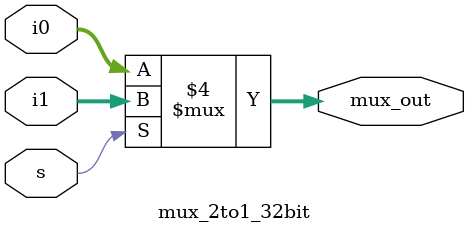
<source format=v>
`timescale 1ns / 1ps


module mux_2to1_32bit(
    input s,
    input [31:0] i0,
    input [31:0] i1,
    output reg [31:0] mux_out
);
    always @(s, i0, i1) begin
        if (!s) begin
            mux_out = i0;
        end
        else begin
           mux_out = i1;
        end
    end

endmodule

</source>
